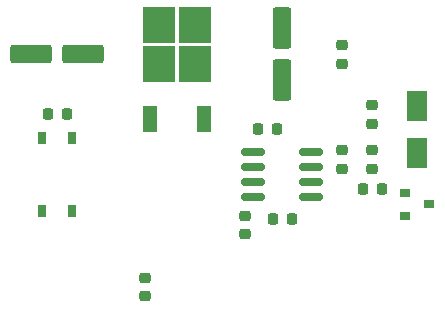
<source format=gtp>
G04 #@! TF.GenerationSoftware,KiCad,Pcbnew,6.0.9-8da3e8f707~116~ubuntu20.04.1*
G04 #@! TF.CreationDate,2023-03-26T17:34:06+00:00*
G04 #@! TF.ProjectId,LEC011102,4c454330-3131-4313-9032-2e6b69636164,rev?*
G04 #@! TF.SameCoordinates,Original*
G04 #@! TF.FileFunction,Paste,Top*
G04 #@! TF.FilePolarity,Positive*
%FSLAX46Y46*%
G04 Gerber Fmt 4.6, Leading zero omitted, Abs format (unit mm)*
G04 Created by KiCad (PCBNEW 6.0.9-8da3e8f707~116~ubuntu20.04.1) date 2023-03-26 17:34:06*
%MOMM*%
%LPD*%
G01*
G04 APERTURE LIST*
G04 Aperture macros list*
%AMRoundRect*
0 Rectangle with rounded corners*
0 $1 Rounding radius*
0 $2 $3 $4 $5 $6 $7 $8 $9 X,Y pos of 4 corners*
0 Add a 4 corners polygon primitive as box body*
4,1,4,$2,$3,$4,$5,$6,$7,$8,$9,$2,$3,0*
0 Add four circle primitives for the rounded corners*
1,1,$1+$1,$2,$3*
1,1,$1+$1,$4,$5*
1,1,$1+$1,$6,$7*
1,1,$1+$1,$8,$9*
0 Add four rect primitives between the rounded corners*
20,1,$1+$1,$2,$3,$4,$5,0*
20,1,$1+$1,$4,$5,$6,$7,0*
20,1,$1+$1,$6,$7,$8,$9,0*
20,1,$1+$1,$8,$9,$2,$3,0*%
G04 Aperture macros list end*
%ADD10RoundRect,0.249600X1.500400X0.550400X-1.500400X0.550400X-1.500400X-0.550400X1.500400X-0.550400X0*%
%ADD11RoundRect,0.218750X0.218750X0.256250X-0.218750X0.256250X-0.218750X-0.256250X0.218750X-0.256250X0*%
%ADD12RoundRect,0.218750X-0.218750X-0.256250X0.218750X-0.256250X0.218750X0.256250X-0.218750X0.256250X0*%
%ADD13RoundRect,0.218750X0.256250X-0.218750X0.256250X0.218750X-0.256250X0.218750X-0.256250X-0.218750X0*%
%ADD14RoundRect,0.249600X0.550400X-1.500400X0.550400X1.500400X-0.550400X1.500400X-0.550400X-1.500400X0*%
%ADD15R,0.800000X1.000000*%
%ADD16RoundRect,0.218750X-0.256250X0.218750X-0.256250X-0.218750X0.256250X-0.218750X0.256250X0.218750X0*%
%ADD17R,1.800000X2.500000*%
%ADD18R,0.900000X0.800000*%
%ADD19R,2.750000X3.050000*%
%ADD20R,1.200000X2.200000*%
%ADD21RoundRect,0.150000X0.825000X0.150000X-0.825000X0.150000X-0.825000X-0.150000X0.825000X-0.150000X0*%
%ADD22RoundRect,0.225000X0.250000X-0.225000X0.250000X0.225000X-0.250000X0.225000X-0.250000X-0.225000X0*%
G04 APERTURE END LIST*
D10*
G04 #@! TO.C,C1*
X94910000Y-34290000D03*
X90510000Y-34290000D03*
G04 #@! TD*
D11*
G04 #@! TO.C,C2*
X93497500Y-39370000D03*
X91922500Y-39370000D03*
G04 #@! TD*
D12*
G04 #@! TO.C,C4*
X109702500Y-40640000D03*
X111277500Y-40640000D03*
G04 #@! TD*
D13*
G04 #@! TO.C,C5*
X116840000Y-35077500D03*
X116840000Y-33502500D03*
G04 #@! TD*
D14*
G04 #@! TO.C,C7*
X111760000Y-36490000D03*
X111760000Y-32090000D03*
G04 #@! TD*
D15*
G04 #@! TO.C,D1*
X93980000Y-41375000D03*
X91440000Y-41375000D03*
X91440000Y-47525000D03*
X93980000Y-47525000D03*
G04 #@! TD*
D16*
G04 #@! TO.C,D2*
X119380000Y-42392500D03*
X119380000Y-43967500D03*
G04 #@! TD*
D17*
G04 #@! TO.C,D3*
X123190000Y-38640000D03*
X123190000Y-42640000D03*
G04 #@! TD*
D18*
G04 #@! TO.C,Q1*
X122190000Y-46040000D03*
X122190000Y-47940000D03*
X124190000Y-46990000D03*
G04 #@! TD*
D11*
G04 #@! TO.C,R3*
X120167500Y-45720000D03*
X118592500Y-45720000D03*
G04 #@! TD*
D16*
G04 #@! TO.C,R4*
X119380000Y-38582500D03*
X119380000Y-40157500D03*
G04 #@! TD*
D19*
G04 #@! TO.C,U1*
X104395000Y-35135000D03*
X101345000Y-31785000D03*
X104395000Y-31785000D03*
X101345000Y-35135000D03*
D20*
X100590000Y-39760000D03*
X105150000Y-39760000D03*
G04 #@! TD*
D16*
G04 #@! TO.C,R2*
X108585000Y-47955000D03*
X108585000Y-49530000D03*
G04 #@! TD*
D21*
G04 #@! TO.C,U2*
X114235000Y-46355000D03*
X114235000Y-45085000D03*
X114235000Y-43815000D03*
X114235000Y-42545000D03*
X109285000Y-42545000D03*
X109285000Y-43815000D03*
X109285000Y-45085000D03*
X109285000Y-46355000D03*
G04 #@! TD*
D16*
G04 #@! TO.C,R1*
X116840000Y-42392500D03*
X116840000Y-43967500D03*
G04 #@! TD*
D12*
G04 #@! TO.C,C6*
X110972500Y-48260000D03*
X112547500Y-48260000D03*
G04 #@! TD*
D22*
G04 #@! TO.C,C8*
X100100000Y-54775000D03*
X100100000Y-53225000D03*
G04 #@! TD*
M02*

</source>
